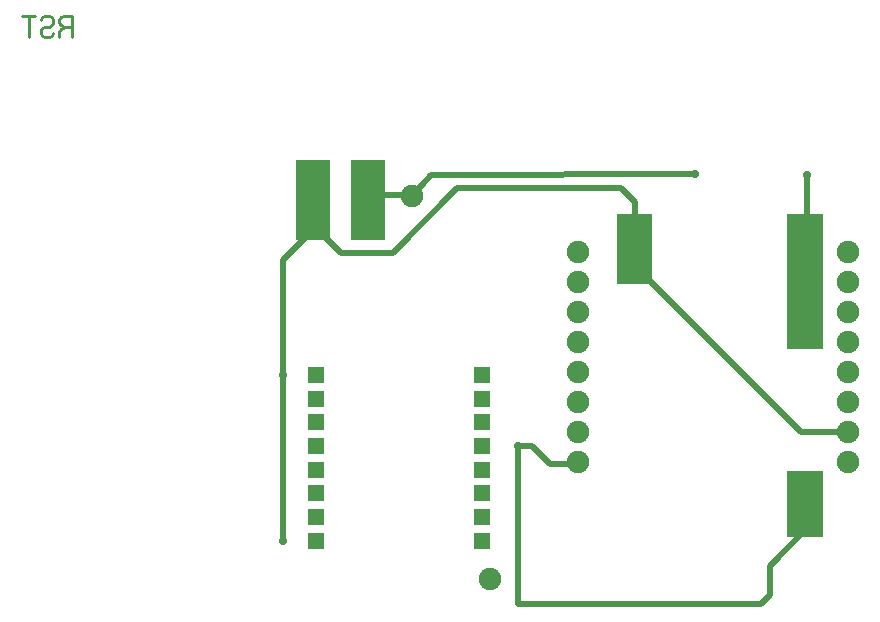
<source format=gbr>
%FSLAX34Y34*%
%MOMM*%
%LNCOPPER_BOTTOM*%
G71*
G01*
%ADD10C,0.222*%
%ADD11C,0.500*%
%ADD12C,0.700*%
%ADD13R,2.900X6.900*%
%ADD14C,0.300*%
%ADD15C,1.900*%
%ADD16C,1.800*%
%LPD*%
G54D10*
X-55333Y493890D02*
X-59333Y491668D01*
X-60667Y489445D01*
X-60667Y485001D01*
G54D10*
X-50000Y485001D02*
X-50000Y502779D01*
X-56667Y502779D01*
X-59333Y501668D01*
X-60667Y499445D01*
X-60667Y497223D01*
X-59333Y495001D01*
X-56667Y493890D01*
X-50000Y493890D01*
G54D10*
X-65556Y488334D02*
X-66889Y486112D01*
X-69556Y485001D01*
X-72223Y485001D01*
X-74889Y486112D01*
X-76223Y488334D01*
X-76223Y490557D01*
X-74889Y492779D01*
X-72223Y493890D01*
X-69556Y493890D01*
X-66889Y495001D01*
X-65556Y497223D01*
X-65556Y499445D01*
X-66889Y501668D01*
X-69556Y502779D01*
X-72223Y502779D01*
X-74889Y501668D01*
X-76223Y499445D01*
G54D10*
X-86445Y485001D02*
X-86445Y502779D01*
G54D10*
X-81112Y502779D02*
X-91779Y502779D01*
G54D11*
X238522Y350441D02*
X254000Y368300D01*
X477838Y368697D01*
G36*
X411641Y306306D02*
X441641Y306306D01*
X441641Y276306D01*
X411641Y276306D01*
X411641Y306306D01*
G37*
G36*
X556103Y306306D02*
X586103Y306306D01*
X586103Y276306D01*
X556103Y276306D01*
X556103Y306306D01*
G37*
G36*
X556103Y91994D02*
X586103Y91994D01*
X586103Y61994D01*
X556103Y61994D01*
X556103Y91994D01*
G37*
G36*
X411641Y334881D02*
X441641Y334881D01*
X441641Y304881D01*
X411641Y304881D01*
X411641Y334881D01*
G37*
G36*
X556103Y334881D02*
X586103Y334881D01*
X586103Y304881D01*
X556103Y304881D01*
X556103Y334881D01*
G37*
X572294Y367903D02*
G54D12*
D03*
X477838Y368697D02*
G54D12*
D03*
G54D11*
X572294Y367903D02*
X572294Y321072D01*
X571103Y319881D01*
G36*
X556103Y117394D02*
X586103Y117394D01*
X586103Y87394D01*
X556103Y87394D01*
X556103Y117394D01*
G37*
G36*
X556103Y277334D02*
X586103Y277334D01*
X586103Y247334D01*
X556103Y247334D01*
X556103Y277334D01*
G37*
G36*
X556103Y251141D02*
X586103Y251141D01*
X586103Y221141D01*
X556103Y221141D01*
X556103Y251141D01*
G37*
X201216Y346869D02*
G54D13*
D03*
X153988Y346869D02*
G54D13*
D03*
G54D14*
X160734Y319087D02*
X161925Y319087D01*
X174228Y306784D01*
G54D11*
X153988Y346869D02*
X153988Y326231D01*
X177800Y302419D01*
X222250Y302419D01*
X276622Y356791D01*
X415528Y356791D01*
X426641Y345678D01*
X426641Y303609D01*
X427038Y303213D01*
G54D11*
X571103Y76994D02*
X571103Y67469D01*
X540941Y37306D01*
X540941Y12303D01*
X533400Y4763D01*
X328216Y4763D01*
G54D11*
X237728Y350837D02*
X209550Y350837D01*
X238522Y350441D02*
G54D15*
D03*
G36*
X303817Y191922D02*
X290317Y191922D01*
X290317Y205422D01*
X303817Y205422D01*
X303817Y191922D01*
G37*
G36*
X303817Y171922D02*
X290317Y171922D01*
X290317Y185422D01*
X303817Y185422D01*
X303817Y171922D01*
G37*
G36*
X303817Y151922D02*
X290317Y151922D01*
X290317Y165422D01*
X303817Y165422D01*
X303817Y151922D01*
G37*
G36*
X303817Y131922D02*
X290317Y131922D01*
X290317Y145422D01*
X303817Y145422D01*
X303817Y131922D01*
G37*
G36*
X303817Y111922D02*
X290317Y111922D01*
X290317Y125422D01*
X303817Y125422D01*
X303817Y111922D01*
G37*
G36*
X303817Y91922D02*
X290317Y91922D01*
X290317Y105422D01*
X303817Y105422D01*
X303817Y91922D01*
G37*
G36*
X303817Y71922D02*
X290317Y71922D01*
X290317Y85422D01*
X303817Y85422D01*
X303817Y71922D01*
G37*
G36*
X303817Y51922D02*
X290317Y51922D01*
X290317Y65422D01*
X303817Y65422D01*
X303817Y51922D01*
G37*
G36*
X163827Y191922D02*
X150327Y191922D01*
X150327Y205422D01*
X163827Y205422D01*
X163827Y191922D01*
G37*
G36*
X163827Y171922D02*
X150327Y171922D01*
X150327Y185422D01*
X163827Y185422D01*
X163827Y171922D01*
G37*
G36*
X163827Y151922D02*
X150327Y151922D01*
X150327Y165422D01*
X163827Y165422D01*
X163827Y151922D01*
G37*
G36*
X163827Y131922D02*
X150327Y131922D01*
X150327Y145422D01*
X163827Y145422D01*
X163827Y131922D01*
G37*
G36*
X163827Y111922D02*
X150327Y111922D01*
X150327Y125422D01*
X163827Y125422D01*
X163827Y111922D01*
G37*
G36*
X163827Y91922D02*
X150327Y91922D01*
X150327Y105422D01*
X163827Y105422D01*
X163827Y91922D01*
G37*
G36*
X163827Y71922D02*
X150327Y71922D01*
X150327Y85422D01*
X163827Y85422D01*
X163827Y71922D01*
G37*
G36*
X163827Y51922D02*
X150327Y51922D01*
X150327Y65422D01*
X163827Y65422D01*
X163827Y51922D01*
G37*
X378619Y302816D02*
G54D16*
D03*
X378619Y277416D02*
G54D16*
D03*
X378619Y252016D02*
G54D16*
D03*
X378619Y226616D02*
G54D16*
D03*
X378619Y201216D02*
G54D16*
D03*
X378619Y175816D02*
G54D16*
D03*
X378619Y150416D02*
G54D16*
D03*
X378619Y125016D02*
G54D16*
D03*
X607219Y302816D02*
G54D16*
D03*
X607219Y277416D02*
G54D16*
D03*
X607219Y252016D02*
G54D16*
D03*
X607219Y226616D02*
G54D16*
D03*
X607219Y201216D02*
G54D16*
D03*
X607219Y175816D02*
G54D16*
D03*
X607219Y150416D02*
G54D16*
D03*
X607219Y125016D02*
G54D16*
D03*
X378619Y302816D02*
G54D15*
D03*
X378619Y277416D02*
G54D15*
D03*
X378619Y252016D02*
G54D15*
D03*
X378619Y226616D02*
G54D15*
D03*
X378619Y201216D02*
G54D15*
D03*
X378619Y175816D02*
G54D15*
D03*
X378619Y150416D02*
G54D15*
D03*
X378619Y125016D02*
G54D15*
D03*
X607219Y302816D02*
G54D15*
D03*
X607219Y277416D02*
G54D15*
D03*
X607219Y252016D02*
G54D15*
D03*
X607219Y226616D02*
G54D15*
D03*
X607219Y201216D02*
G54D15*
D03*
X607219Y175816D02*
G54D15*
D03*
X607219Y150416D02*
G54D15*
D03*
X607219Y125016D02*
G54D15*
D03*
X304403Y25797D02*
G54D15*
D03*
X328216Y138509D02*
G54D12*
D03*
X128899Y198672D02*
G54D12*
D03*
X128899Y58672D02*
G54D12*
D03*
G54D11*
X128899Y58672D02*
X128899Y198672D01*
X128899Y295983D01*
X152003Y319087D01*
G54D11*
X328216Y138509D02*
X328216Y4763D01*
G54D11*
X328216Y138509D02*
X340122Y138509D01*
X354806Y123825D01*
X377428Y123825D01*
X378619Y125016D01*
G54D11*
X607219Y150416D02*
X567531Y150416D01*
X426641Y291306D01*
M02*

</source>
